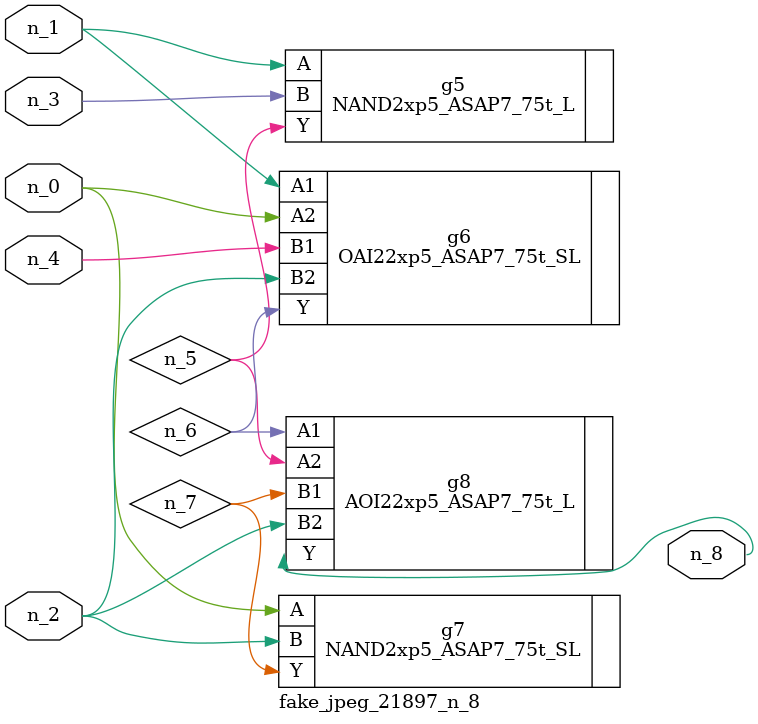
<source format=v>
module fake_jpeg_21897_n_8 (n_3, n_2, n_1, n_0, n_4, n_8);

input n_3;
input n_2;
input n_1;
input n_0;
input n_4;

output n_8;

wire n_6;
wire n_5;
wire n_7;

NAND2xp5_ASAP7_75t_L g5 ( 
.A(n_1),
.B(n_3),
.Y(n_5)
);

OAI22xp5_ASAP7_75t_SL g6 ( 
.A1(n_1),
.A2(n_0),
.B1(n_4),
.B2(n_2),
.Y(n_6)
);

NAND2xp5_ASAP7_75t_SL g7 ( 
.A(n_0),
.B(n_2),
.Y(n_7)
);

AOI22xp5_ASAP7_75t_L g8 ( 
.A1(n_6),
.A2(n_5),
.B1(n_7),
.B2(n_2),
.Y(n_8)
);


endmodule
</source>
